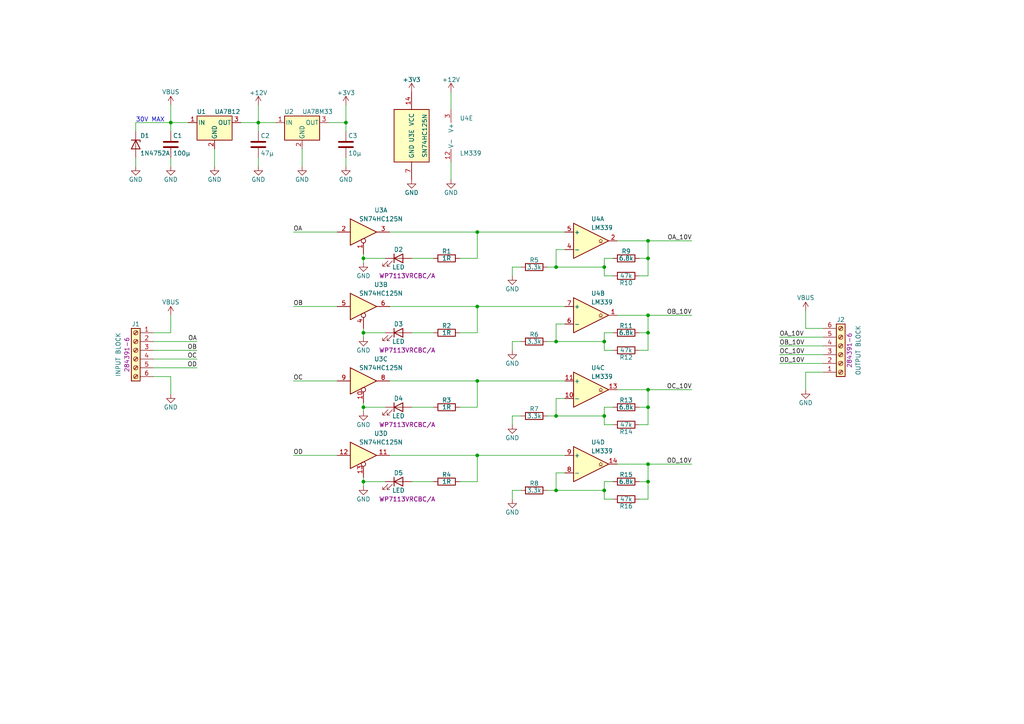
<source format=kicad_sch>
(kicad_sch (version 20211123) (generator eeschema)
  (paper "A4")
  (title_block (title "3.3V-10V Output Level Shifter") (date "June 29, 2022") (rev "A") (company "ecfedele") (comment 1 "For use with TinyG spindle/control outputs") (comment 2 "PRELIMINARY"))
  (lib_symbols
    (symbol "74xx:74LS125" (pin_names (offset 1.016))
      (property "Reference" "U" (at 0 1.27 0))
      (property "Value" "74LS125" (at 0 -1.27 0))
      (symbol "74LS125_1_0"
        (polyline (pts (xy -3.81 3.81) (xy -3.81 -3.81) (xy 3.81 0) (xy -3.81 3.81)) (stroke (width 0.254)) (fill (type background)))
        (pin input inverted (at 0 -6.35 90) (length 4.445) (name "~") (number "1"))
        (pin input line (at -7.62 0 0) (length 3.81) (name "~") (number "2"))
        (pin tri_state line (at 7.62 0 180) (length 3.81) (name "~") (number "3"))
      )
      (symbol "74LS125_2_0"
        (polyline (pts (xy -3.81 3.81) (xy -3.81 -3.81) (xy 3.81 0) (xy -3.81 3.81)) (stroke (width 0.254)) (fill (type background)))
        (pin input inverted (at 0 -6.35 90) (length 4.445) (name "~") (number "4"))
        (pin input line (at -7.62 0 0) (length 3.81) (name "~") (number "5"))
        (pin tri_state line (at 7.62 0 180) (length 3.81) (name "~") (number "6"))
      )
      (symbol "74LS125_3_0"
        (polyline (pts (xy -3.81 3.81) (xy -3.81 -3.81) (xy 3.81 0) (xy -3.81 3.81)) (stroke (width 0.254)) (fill (type background)))
        (pin input inverted (at 0 -6.35 90) (length 4.445) (name "~") (number "10"))
        (pin tri_state line (at 7.62 0 180) (length 3.81) (name "~") (number "8"))
        (pin input line (at -7.62 0 0) (length 3.81) (name "~") (number "9"))
      )
      (symbol "74LS125_4_0"
        (polyline (pts (xy -3.81 3.81) (xy -3.81 -3.81) (xy 3.81 0) (xy -3.81 3.81)) (stroke (width 0.254)) (fill (type background)))
        (pin tri_state line (at 7.62 0 180) (length 3.81) (name "~") (number "11"))
        (pin input line (at -7.62 0 0) (length 3.81) (name "~") (number "12"))
        (pin input inverted (at 0 -6.35 90) (length 4.445) (name "~") (number "13"))
      )
      (symbol "74LS125_5_0"
        (pin power_in line (at 0 12.7 270) (length 5.08) (name "VCC") (number "14"))
        (pin power_in line (at 0 -12.7 90) (length 5.08) (name "GND") (number "7"))
      )
      (symbol "74LS125_5_1"
        (rectangle (start -5.08 7.62) (end 5.08 -7.62) (stroke (width 0.254)) (fill (type background)))
      )
    )
    (symbol "Comparator:LM339" (pin_names (offset 0.127))
      (property "Reference" "U" (at 0 5.08 0))
      (property "Value" "LM339" (at 0 -5.08 0))
      (symbol "LM339_1_1"
        (polyline (pts (xy -5.08 5.08) (xy 5.08 0) (xy -5.08 -5.08) (xy -5.08 5.08)) (stroke (width 0.254)) (fill (type background)))
        (polyline (pts (xy 3.302 -0.508) (xy 2.794 -0.508) (xy 3.302 0) (xy 2.794 0.508) (xy 2.286 0) (xy 2.794 -0.508) (xy 2.286 -0.508)) (stroke (width 0.127)))
        (pin open_collector line (at 7.62 0 180) (length 2.54) (name "~") (number "2"))
        (pin input line (at -7.62 -2.54 0) (length 2.54) (name "-") (number "4"))
        (pin input line (at -7.62 2.54 0) (length 2.54) (name "+") (number "5"))
      )
      (symbol "LM339_2_1"
        (polyline (pts (xy -5.08 5.08) (xy 5.08 0) (xy -5.08 -5.08) (xy -5.08 5.08)) (stroke (width 0.254)) (fill (type background)))
        (polyline (pts (xy 3.302 -0.508) (xy 2.794 -0.508) (xy 3.302 0) (xy 2.794 0.508) (xy 2.286 0) (xy 2.794 -0.508) (xy 2.286 -0.508)) (stroke (width 0.127)))
        (pin open_collector line (at 7.62 0 180) (length 2.54) (name "~") (number "1"))
        (pin input line (at -7.62 -2.54 0) (length 2.54) (name "-") (number "6"))
        (pin input line (at -7.62 2.54 0) (length 2.54) (name "+") (number "7"))
      )
      (symbol "LM339_3_1"
        (polyline (pts (xy -5.08 5.08) (xy 5.08 0) (xy -5.08 -5.08) (xy -5.08 5.08)) (stroke (width 0.254)) (fill (type background)))
        (polyline (pts (xy 3.302 -0.508) (xy 2.794 -0.508) (xy 3.302 0) (xy 2.794 0.508) (xy 2.286 0) (xy 2.794 -0.508) (xy 2.286 -0.508)) (stroke (width 0.127)))
        (pin input line (at -7.62 -2.54 0) (length 2.54) (name "-") (number "10"))
        (pin input line (at -7.62 2.54 0) (length 2.54) (name "+") (number "11"))
        (pin open_collector line (at 7.62 0 180) (length 2.54) (name "~") (number "13"))
      )
      (symbol "LM339_4_1"
        (polyline (pts (xy -5.08 5.08) (xy 5.08 0) (xy -5.08 -5.08) (xy -5.08 5.08)) (stroke (width 0.254)) (fill (type background)))
        (polyline (pts (xy 3.302 -0.508) (xy 2.794 -0.508) (xy 3.302 0) (xy 2.794 0.508) (xy 2.286 0) (xy 2.794 -0.508) (xy 2.286 -0.508)) (stroke (width 0.127)))
        (pin open_collector line (at 7.62 0 180) (length 2.54) (name "~") (number "14"))
        (pin input line (at -7.62 -2.54 0) (length 2.54) (name "-") (number "8"))
        (pin input line (at -7.62 2.54 0) (length 2.54) (name "+") (number "9"))
      )
      (symbol "LM339_5_1"
        (pin power_in line (at -2.54 -7.62 90) (length 3.81) (name "V-") (number "12"))
        (pin power_in line (at -2.54 7.62 270) (length 3.81) (name "V+") (number "3"))
      )
    )
    (symbol "Connector:Screw_Terminal_01x06" (pin_names (offset 1.016) hide)
      (property "Reference" "J" (at 0 7.62 0))
      (property "Value" "Screw_Terminal_01x06" (at 0 -10.16 0))
      (symbol "Screw_Terminal_01x06_1_1"
        (rectangle (start -1.27 6.35) (end 1.27 -8.89) (stroke (width 0.254)) (fill (type background)))
        (circle (center 0 -7.62) (radius 0.635) (stroke (width 0.1524)))
        (circle (center 0 -5.08) (radius 0.635) (stroke (width 0.1524)))
        (circle (center 0 -2.54) (radius 0.635) (stroke (width 0.1524)))
        (polyline (pts (xy -0.5334 -7.2898) (xy 0.3302 -8.128)) (stroke (width 0.1524)))
        (polyline (pts (xy -0.5334 -4.7498) (xy 0.3302 -5.588)) (stroke (width 0.1524)))
        (polyline (pts (xy -0.5334 -2.2098) (xy 0.3302 -3.048)) (stroke (width 0.1524)))
        (polyline (pts (xy -0.5334 0.3302) (xy 0.3302 -0.508)) (stroke (width 0.1524)))
        (polyline (pts (xy -0.5334 2.8702) (xy 0.3302 2.032)) (stroke (width 0.1524)))
        (polyline (pts (xy -0.5334 5.4102) (xy 0.3302 4.572)) (stroke (width 0.1524)))
        (polyline (pts (xy -0.3556 -7.112) (xy 0.508 -7.9502)) (stroke (width 0.1524)))
        (polyline (pts (xy -0.3556 -4.572) (xy 0.508 -5.4102)) (stroke (width 0.1524)))
        (polyline (pts (xy -0.3556 -2.032) (xy 0.508 -2.8702)) (stroke (width 0.1524)))
        (polyline (pts (xy -0.3556 0.508) (xy 0.508 -0.3302)) (stroke (width 0.1524)))
        (polyline (pts (xy -0.3556 3.048) (xy 0.508 2.2098)) (stroke (width 0.1524)))
        (polyline (pts (xy -0.3556 5.588) (xy 0.508 4.7498)) (stroke (width 0.1524)))
        (circle (center 0 0) (radius 0.635) (stroke (width 0.1524)))
        (circle (center 0 2.54) (radius 0.635) (stroke (width 0.1524)))
        (circle (center 0 5.08) (radius 0.635) (stroke (width 0.1524)))
        (pin passive line (at -5.08 5.08 0) (length 3.81) (name "Pin_1") (number "1"))
        (pin passive line (at -5.08 2.54 0) (length 3.81) (name "Pin_2") (number "2"))
        (pin passive line (at -5.08 0 0) (length 3.81) (name "Pin_3") (number "3"))
        (pin passive line (at -5.08 -2.54 0) (length 3.81) (name "Pin_4") (number "4"))
        (pin passive line (at -5.08 -5.08 0) (length 3.81) (name "Pin_5") (number "5"))
        (pin passive line (at -5.08 -7.62 0) (length 3.81) (name "Pin_6") (number "6"))
      )
    )
    (symbol "Device:C" (pin_numbers hide) (pin_names (offset 0.254))
      (property "Reference" "C" (at 0.635 2.54 0))
      (property "Value" "C" (at 0.635 -2.54 0))
      (symbol "C_0_1"
        (polyline (pts (xy -2.032 -0.762) (xy 2.032 -0.762)) (stroke (width 0.508)))
        (polyline (pts (xy -2.032 0.762) (xy 2.032 0.762)) (stroke (width 0.508)))
      )
      (symbol "C_1_1"
        (pin passive line (at 0 3.81 270) (length 2.794) (name "~") (number "1"))
        (pin passive line (at 0 -3.81 90) (length 2.794) (name "~") (number "2"))
      )
    )
    (symbol "Device:D_Zener" (pin_numbers hide) (pin_names (offset 1.016) hide)
      (property "Reference" "D" (at 0 2.54 0))
      (property "Value" "D_Zener" (at 0 -2.54 0))
      (symbol "D_Zener_0_1"
        (polyline (pts (xy 1.27 0) (xy -1.27 0)))
        (polyline (pts (xy -1.27 -1.27) (xy -1.27 1.27) (xy -0.762 1.27)) (stroke (width 0.254)))
        (polyline (pts (xy 1.27 -1.27) (xy 1.27 1.27) (xy -1.27 0) (xy 1.27 -1.27)) (stroke (width 0.254)))
      )
      (symbol "D_Zener_1_1"
        (pin passive line (at -3.81 0 0) (length 2.54) (name "K") (number "1"))
        (pin passive line (at 3.81 0 180) (length 2.54) (name "A") (number "2"))
      )
    )
    (symbol "Device:LED" (pin_numbers hide) (pin_names (offset 1.016) hide)
      (property "Reference" "D" (at 0 2.54 0))
      (property "Value" "LED" (at 0 -2.54 0))
      (symbol "LED_0_1"
        (polyline (pts (xy -1.27 -1.27) (xy -1.27 1.27)) (stroke (width 0.254)))
        (polyline (pts (xy -1.27 0) (xy 1.27 0)))
        (polyline (pts (xy 1.27 -1.27) (xy 1.27 1.27) (xy -1.27 0) (xy 1.27 -1.27)) (stroke (width 0.254)))
        (polyline (pts (xy -3.048 -0.762) (xy -4.572 -2.286) (xy -3.81 -2.286) (xy -4.572 -2.286) (xy -4.572 -1.524)))
        (polyline (pts (xy -1.778 -0.762) (xy -3.302 -2.286) (xy -2.54 -2.286) (xy -3.302 -2.286) (xy -3.302 -1.524)))
      )
      (symbol "LED_1_1"
        (pin passive line (at -3.81 0 0) (length 2.54) (name "K") (number "1"))
        (pin passive line (at 3.81 0 180) (length 2.54) (name "A") (number "2"))
      )
    )
    (symbol "Device:R" (pin_numbers hide) (pin_names (offset 0))
      (property "Reference" "R" (at 2.032 0 90))
      (property "Value" "R" (at 0 0 90))
      (symbol "R_0_1"
        (rectangle (start -1.016 -2.54) (end 1.016 2.54) (stroke (width 0.254)))
      )
      (symbol "R_1_1"
        (pin passive line (at 0 3.81 270) (length 1.27) (name "~") (number "1"))
        (pin passive line (at 0 -3.81 90) (length 1.27) (name "~") (number "2"))
      )
    )
    (symbol "Regulator_Linear:L7812" (pin_names (offset 0.254))
      (property "Reference" "U" (at -3.81 3.175 0))
      (property "Value" "L7812" (at 0 3.175 0))
      (symbol "L7812_0_1"
        (rectangle (start -5.08 1.905) (end 5.08 -5.08) (stroke (width 0.254)) (fill (type background)))
      )
      (symbol "L7812_1_1"
        (pin power_in line (at -7.62 0 0) (length 2.54) (name "IN") (number "1"))
        (pin power_in line (at 0 -7.62 90) (length 2.54) (name "GND") (number "2"))
        (pin power_out line (at 7.62 0 180) (length 2.54) (name "OUT") (number "3"))
      )
    )
    (symbol "power:+12V" (power) (pin_names (offset 0))
      (property "Value" "+12V" (at 0 3.556 0))
      (symbol "+12V_0_1"
        (polyline (pts (xy -0.762 1.27) (xy 0 2.54)))
        (polyline (pts (xy 0 0) (xy 0 2.54)))
        (polyline (pts (xy 0 2.54) (xy 0.762 1.27)))
      )
      (symbol "+12V_1_1"
        (pin power_in line (at 0 0 90) (length 0) hide (name "+12V") (number "1"))
      )
    )
    (symbol "power:+3.3V" (power) (pin_names (offset 0))
      (property "Value" "+3.3V" (at 0 3.556 0))
      (symbol "+3.3V_0_1"
        (polyline (pts (xy -0.762 1.27) (xy 0 2.54)))
        (polyline (pts (xy 0 0) (xy 0 2.54)))
        (polyline (pts (xy 0 2.54) (xy 0.762 1.27)))
      )
      (symbol "+3.3V_1_1"
        (pin power_in line (at 0 0 90) (length 0) hide (name "+3V3") (number "1"))
      )
    )
    (symbol "power:GND" (power) (pin_names (offset 0))
      (property "Value" "GND" (at 0 -3.81 0))
      (symbol "GND_0_1"
        (polyline (pts (xy 0 0) (xy 0 -1.27) (xy 1.27 -1.27) (xy 0 -2.54) (xy -1.27 -1.27) (xy 0 -1.27)))
      )
      (symbol "GND_1_1"
        (pin power_in line (at 0 0 270) (length 0) hide (name "GND") (number "1"))
      )
    )
    (symbol "power:VBUS" (power) (pin_names (offset 0))
      (property "Value" "VBUS" (at 0 3.81 0))
      (symbol "VBUS_0_1"
        (polyline (pts (xy -0.762 1.27) (xy 0 2.54)))
        (polyline (pts (xy 0 0) (xy 0 2.54)))
        (polyline (pts (xy 0 2.54) (xy 0.762 1.27)))
      )
      (symbol "VBUS_1_1"
        (pin power_in line (at 0 0 90) (length 0) hide (name "VBUS") (number "1"))
      )
    )
  )
  (junction (at 187.96 113.03))
  (junction (at 187.96 96.52))
  (junction (at 138.43 110.49))
  (junction (at 100.33 35.56))
  (junction (at 105.41 118.11))
  (junction (at 138.43 132.08))
  (junction (at 161.29 120.65))
  (junction (at 175.26 120.65))
  (junction (at 161.29 99.06))
  (junction (at 175.26 99.06))
  (junction (at 187.96 74.93))
  (junction (at 187.96 118.11))
  (junction (at 105.41 139.7))
  (junction (at 161.29 77.47))
  (junction (at 161.29 142.24))
  (junction (at 49.53 35.56))
  (junction (at 105.41 96.52))
  (junction (at 175.26 142.24))
  (junction (at 105.41 74.93))
  (junction (at 187.96 134.62))
  (junction (at 175.26 77.47))
  (junction (at 187.96 139.7))
  (junction (at 74.93 35.56))
  (junction (at 187.96 91.44))
  (junction (at 138.43 67.31))
  (junction (at 187.96 69.85))
  (junction (at 138.43 88.9))
  (wire (pts (xy 44.45 101.6) (xy 57.15 101.6)))
  (wire (pts (xy 105.41 73.66) (xy 105.41 74.93)))
  (wire (pts (xy 161.29 137.16) (xy 161.29 142.24)))
  (wire (pts (xy 185.42 144.78) (xy 187.96 144.78)))
  (wire (pts (xy 161.29 142.24) (xy 175.26 142.24)))
  (wire (pts (xy 175.26 142.24) (xy 175.26 139.7)))
  (wire (pts (xy 161.29 77.47) (xy 175.26 77.47)))
  (wire (pts (xy 49.53 45.72) (xy 49.53 48.26)))
  (wire (pts (xy 74.93 35.56) (xy 69.85 35.56)))
  (wire (pts (xy 187.96 91.44) (xy 187.96 96.52)))
  (wire (pts (xy 148.59 144.78) (xy 148.59 142.24)))
  (wire (pts (xy 148.59 120.65) (xy 151.13 120.65)))
  (wire (pts (xy 187.96 139.7) (xy 187.96 144.78)))
  (wire (pts (xy 100.33 45.72) (xy 100.33 48.26)))
  (wire (pts (xy 177.8 123.19) (xy 175.26 123.19)))
  (wire (pts (xy 105.41 96.52) (xy 105.41 97.79)))
  (wire (pts (xy 161.29 115.57) (xy 161.29 120.65)))
  (wire (pts (xy 105.41 139.7) (xy 105.41 140.97)))
  (wire (pts (xy 133.35 74.93) (xy 138.43 74.93)))
  (wire (pts (xy 175.26 99.06) (xy 175.26 96.52)))
  (wire (pts (xy 233.68 95.25) (xy 238.76 95.25)))
  (wire (pts (xy 187.96 134.62) (xy 200.66 134.62)))
  (wire (pts (xy 119.38 74.93) (xy 125.73 74.93)))
  (wire (pts (xy 175.26 77.47) (xy 175.26 74.93)))
  (wire (pts (xy 148.59 101.6) (xy 148.59 99.06)))
  (wire (pts (xy 54.61 35.56) (xy 49.53 35.56)))
  (wire (pts (xy 163.83 137.16) (xy 161.29 137.16)))
  (wire (pts (xy 39.37 38.1) (xy 39.37 35.56)))
  (wire (pts (xy 74.93 45.72) (xy 74.93 48.26)))
  (wire (pts (xy 133.35 118.11) (xy 138.43 118.11)))
  (wire (pts (xy 177.8 144.78) (xy 175.26 144.78)))
  (wire (pts (xy 233.68 90.17) (xy 233.68 95.25)))
  (wire (pts (xy 85.09 132.08) (xy 97.79 132.08)))
  (wire (pts (xy 161.29 77.47) (xy 161.29 72.39)))
  (wire (pts (xy 49.53 109.22) (xy 49.53 114.3)))
  (wire (pts (xy 185.42 139.7) (xy 187.96 139.7)))
  (wire (pts (xy 119.38 118.11) (xy 125.73 118.11)))
  (wire (pts (xy 158.75 77.47) (xy 161.29 77.47)))
  (wire (pts (xy 130.81 26.67) (xy 130.81 31.75)))
  (wire (pts (xy 226.06 105.41) (xy 238.76 105.41)))
  (wire (pts (xy 187.96 134.62) (xy 187.96 139.7)))
  (wire (pts (xy 95.25 35.56) (xy 100.33 35.56)))
  (wire (pts (xy 138.43 88.9) (xy 163.83 88.9)))
  (wire (pts (xy 119.38 139.7) (xy 125.73 139.7)))
  (wire (pts (xy 105.41 139.7) (xy 111.76 139.7)))
  (wire (pts (xy 175.26 120.65) (xy 175.26 118.11)))
  (wire (pts (xy 113.03 88.9) (xy 138.43 88.9)))
  (wire (pts (xy 187.96 96.52) (xy 187.96 101.6)))
  (wire (pts (xy 179.07 134.62) (xy 187.96 134.62)))
  (wire (pts (xy 44.45 99.06) (xy 57.15 99.06)))
  (wire (pts (xy 175.26 123.19) (xy 175.26 120.65)))
  (wire (pts (xy 44.45 109.22) (xy 49.53 109.22)))
  (wire (pts (xy 138.43 67.31) (xy 113.03 67.31)))
  (wire (pts (xy 177.8 80.01) (xy 175.26 80.01)))
  (wire (pts (xy 138.43 74.93) (xy 138.43 67.31)))
  (wire (pts (xy 179.07 91.44) (xy 187.96 91.44)))
  (wire (pts (xy 177.8 96.52) (xy 175.26 96.52)))
  (wire (pts (xy 187.96 113.03) (xy 187.96 118.11)))
  (wire (pts (xy 177.8 118.11) (xy 175.26 118.11)))
  (wire (pts (xy 187.96 113.03) (xy 200.66 113.03)))
  (wire (pts (xy 105.41 116.84) (xy 105.41 118.11)))
  (wire (pts (xy 49.53 35.56) (xy 49.53 38.1)))
  (wire (pts (xy 105.41 118.11) (xy 111.76 118.11)))
  (wire (pts (xy 148.59 123.19) (xy 148.59 120.65)))
  (wire (pts (xy 187.96 69.85) (xy 187.96 74.93)))
  (wire (pts (xy 158.75 120.65) (xy 161.29 120.65)))
  (wire (pts (xy 87.63 43.18) (xy 87.63 48.26)))
  (wire (pts (xy 233.68 107.95) (xy 233.68 113.03)))
  (wire (pts (xy 74.93 35.56) (xy 80.01 35.56)))
  (wire (pts (xy 105.41 138.43) (xy 105.41 139.7)))
  (wire (pts (xy 175.26 144.78) (xy 175.26 142.24)))
  (wire (pts (xy 49.53 96.52) (xy 44.45 96.52)))
  (wire (pts (xy 158.75 99.06) (xy 161.29 99.06)))
  (wire (pts (xy 161.29 72.39) (xy 163.83 72.39)))
  (wire (pts (xy 226.06 100.33) (xy 238.76 100.33)))
  (wire (pts (xy 138.43 67.31) (xy 163.83 67.31)))
  (wire (pts (xy 74.93 35.56) (xy 74.93 38.1)))
  (wire (pts (xy 100.33 35.56) (xy 100.33 30.48)))
  (wire (pts (xy 49.53 35.56) (xy 49.53 30.48)))
  (wire (pts (xy 185.42 101.6) (xy 187.96 101.6)))
  (wire (pts (xy 85.09 110.49) (xy 97.79 110.49)))
  (wire (pts (xy 119.38 96.52) (xy 125.73 96.52)))
  (wire (pts (xy 39.37 35.56) (xy 49.53 35.56)))
  (wire (pts (xy 175.26 80.01) (xy 175.26 77.47)))
  (wire (pts (xy 187.96 118.11) (xy 187.96 123.19)))
  (wire (pts (xy 148.59 77.47) (xy 151.13 77.47)))
  (wire (pts (xy 158.75 142.24) (xy 161.29 142.24)))
  (wire (pts (xy 187.96 69.85) (xy 200.66 69.85)))
  (wire (pts (xy 187.96 91.44) (xy 200.66 91.44)))
  (wire (pts (xy 177.8 101.6) (xy 175.26 101.6)))
  (wire (pts (xy 238.76 107.95) (xy 233.68 107.95)))
  (wire (pts (xy 185.42 74.93) (xy 187.96 74.93)))
  (wire (pts (xy 148.59 99.06) (xy 151.13 99.06)))
  (wire (pts (xy 161.29 120.65) (xy 175.26 120.65)))
  (wire (pts (xy 163.83 93.98) (xy 161.29 93.98)))
  (wire (pts (xy 39.37 45.72) (xy 39.37 48.26)))
  (wire (pts (xy 177.8 139.7) (xy 175.26 139.7)))
  (wire (pts (xy 130.81 46.99) (xy 130.81 52.07)))
  (wire (pts (xy 105.41 96.52) (xy 111.76 96.52)))
  (wire (pts (xy 185.42 80.01) (xy 187.96 80.01)))
  (wire (pts (xy 100.33 35.56) (xy 100.33 38.1)))
  (wire (pts (xy 138.43 132.08) (xy 163.83 132.08)))
  (wire (pts (xy 185.42 96.52) (xy 187.96 96.52)))
  (wire (pts (xy 226.06 97.79) (xy 238.76 97.79)))
  (wire (pts (xy 44.45 104.14) (xy 57.15 104.14)))
  (wire (pts (xy 161.29 93.98) (xy 161.29 99.06)))
  (wire (pts (xy 185.42 118.11) (xy 187.96 118.11)))
  (wire (pts (xy 138.43 110.49) (xy 163.83 110.49)))
  (wire (pts (xy 85.09 67.31) (xy 97.79 67.31)))
  (wire (pts (xy 74.93 30.48) (xy 74.93 35.56)))
  (wire (pts (xy 138.43 132.08) (xy 138.43 139.7)))
  (wire (pts (xy 163.83 115.57) (xy 161.29 115.57)))
  (wire (pts (xy 105.41 95.25) (xy 105.41 96.52)))
  (wire (pts (xy 148.59 80.01) (xy 148.59 77.47)))
  (wire (pts (xy 187.96 74.93) (xy 187.96 80.01)))
  (wire (pts (xy 177.8 74.93) (xy 175.26 74.93)))
  (wire (pts (xy 175.26 101.6) (xy 175.26 99.06)))
  (wire (pts (xy 49.53 91.44) (xy 49.53 96.52)))
  (wire (pts (xy 85.09 88.9) (xy 97.79 88.9)))
  (wire (pts (xy 185.42 123.19) (xy 187.96 123.19)))
  (wire (pts (xy 62.23 48.26) (xy 62.23 43.18)))
  (wire (pts (xy 105.41 74.93) (xy 111.76 74.93)))
  (wire (pts (xy 138.43 110.49) (xy 138.43 118.11)))
  (wire (pts (xy 44.45 106.68) (xy 57.15 106.68)))
  (wire (pts (xy 105.41 118.11) (xy 105.41 119.38)))
  (wire (pts (xy 179.07 113.03) (xy 187.96 113.03)))
  (wire (pts (xy 138.43 88.9) (xy 138.43 96.52)))
  (wire (pts (xy 113.03 132.08) (xy 138.43 132.08)))
  (wire (pts (xy 113.03 110.49) (xy 138.43 110.49)))
  (wire (pts (xy 179.07 69.85) (xy 187.96 69.85)))
  (wire (pts (xy 148.59 142.24) (xy 151.13 142.24)))
  (wire (pts (xy 133.35 96.52) (xy 138.43 96.52)))
  (wire (pts (xy 133.35 139.7) (xy 138.43 139.7)))
  (wire (pts (xy 226.06 102.87) (xy 238.76 102.87)))
  (wire (pts (xy 161.29 99.06) (xy 175.26 99.06)))
  (wire (pts (xy 105.41 74.93) (xy 105.41 76.2)))
  (text "30V MAX" (at 39.37 35.56 0) (effects (font (size 1.27 1.27)) (justify left bottom)))
  (label "OB" (at 85.09 88.9 0))
  (label "OD" (at 57.15 106.68 180))
  (label "OA" (at 85.09 67.31 0))
  (label "OA_10V" (at 226.06 97.79 0))
  (label "OD_10V" (at 200.66 134.62 180))
  (label "OB" (at 57.15 101.6 180))
  (label "OC" (at 57.15 104.14 180))
  (label "OB_10V" (at 226.06 100.33 0))
  (label "OB_10V" (at 200.66 91.44 180))
  (label "OC_10V" (at 200.66 113.03 180))
  (label "OC" (at 85.09 110.49 0))
  (label "OA" (at 57.15 99.06 180))
  (label "OC_10V" (at 226.06 102.87 0))
  (label "OD" (at 85.09 132.08 0))
  (label "OD_10V" (at 226.06 105.41 0))
  (label "OA_10V" (at 200.66 69.85 180))
  (symbol (lib_id "power:GND") (at 100.33 48.26 0) (unit 1)
    (property "Reference" "#PWR09" (effects hide))
    (property "Value" "GND" (at 100.33 52.07 0))
  )
  (symbol (lib_id "Device:R") (at 181.61 96.52 90) (unit 1)
    (property "Reference" "R11" (at 181.61 94.488 90))
    (property "Value" "6.8k" (at 181.61 96.52 90))
    (property "Footprint" "Resistor_THT:R_Axial_DIN0207_L6.3mm_D2.5mm_P7.62mm_Horizontal" (effects hide))
    (property "Part" "MF1/4DC6801F" (effects hide))
  )
  (symbol (lib_id "Device:LED") (at 115.57 74.93 0) (unit 1)
    (property "Reference" "D2" (at 115.57 72.39 0))
    (property "Value" "LED" (at 115.57 77.47 0))
    (property "Footprint" "LED_THT:LED_D5.0mm" (effects hide))
    (property "Part" "WP7113VRCBC/A" (at 118.11 80.01 0))
  )
  (symbol (lib_id "Device:C") (at 100.33 41.91 0) (unit 1)
    (property "Reference" "C3" (at 100.965 39.37 0) (effects (justify left)))
    (property "Value" "10µ" (at 100.965 44.45 0) (effects (justify left)))
    (property "Footprint" "Capacitor_THT:CP_Radial_D5.0mm_P2.00mm" (effects hide))
    (property "Part" "ESK106M025AC3AA" (effects hide))
  )
  (symbol (lib_id "power:+12V") (at 74.93 30.48 0) (unit 1)
    (property "Reference" "#PWR06" (effects hide))
    (property "Value" "+12V" (at 74.93 26.924 0))
  )
  (symbol (lib_id "power:GND") (at 49.53 48.26 0) (unit 1)
    (property "Reference" "#PWR02" (effects hide))
    (property "Value" "GND" (at 49.53 52.07 0))
  )
  (symbol (lib_id "Connector:Screw_Terminal_01x06") (at 39.37 101.6 0) (mirror y) (unit 1)
    (property "Reference" "J1" (at 39.37 93.98 0))
    (property "Value" "INPUT BLOCK" (at 34.29 102.87 90))
    (property "Footprint" "Library:284391-6" (effects hide))
    (property "Part" "284391-6" (at 36.83 102.87 90))
  )
  (symbol (lib_id "power:GND") (at 49.53 114.3 0) (unit 1)
    (property "Reference" "#PWR05" (effects hide))
    (property "Value" "GND" (at 49.53 118.11 0))
  )
  (symbol (lib_id "power:+3.3V") (at 119.38 26.67 0) (unit 1)
    (property "Reference" "#PWR016" (effects hide))
    (property "Value" "+3.3V" (at 119.38 23.114 0))
  )
  (symbol (lib_id "power:GND") (at 39.37 48.26 0) (unit 1)
    (property "Reference" "#PWR011" (effects hide))
    (property "Value" "GND" (at 39.37 52.07 0))
  )
  (symbol (lib_id "power:GND") (at 62.23 48.26 0) (unit 1)
    (property "Reference" "#PWR03" (effects hide))
    (property "Value" "GND" (at 62.23 52.07 0))
  )
  (symbol (lib_id "Device:R") (at 154.94 77.47 90) (unit 1)
    (property "Reference" "R5" (at 154.94 75.438 90))
    (property "Value" "3.3k" (at 154.94 77.47 90))
    (property "Footprint" "Resistor_THT:R_Axial_DIN0207_L6.3mm_D2.5mm_P7.62mm_Horizontal" (effects hide))
    (property "Part" "MF1/4DCT52R3301F" (effects hide))
  )
  (symbol (lib_id "power:GND") (at 148.59 123.19 0) (unit 1)
    (property "Reference" "#PWR022" (effects hide))
    (property "Value" "GND" (at 148.59 127 0))
  )
  (symbol (lib_id "Device:R") (at 129.54 74.93 90) (unit 1)
    (property "Reference" "R1" (at 129.54 72.898 90))
    (property "Value" "1R" (at 129.54 74.93 90))
    (property "Footprint" "Resistor_THT:R_Axial_DIN0207_L6.3mm_D2.5mm_P7.62mm_Horizontal" (effects hide))
    (property "Part" "MF1/4DC1R00F" (effects hide))
  )
  (symbol (lib_id "Device:R") (at 129.54 118.11 90) (unit 1)
    (property "Reference" "R3" (at 129.54 116.078 90))
    (property "Value" "1R" (at 129.54 118.11 90))
    (property "Footprint" "Resistor_THT:R_Axial_DIN0207_L6.3mm_D2.5mm_P7.62mm_Horizontal" (effects hide))
    (property "Part" "MF1/4DC1R00F" (effects hide))
  )
  (symbol (lib_id "Device:R") (at 181.61 101.6 270) (unit 1)
    (property "Reference" "R12" (at 181.61 103.632 90))
    (property "Value" "47k" (at 181.61 101.6 90))
    (property "Footprint" "Resistor_THT:R_Axial_DIN0207_L6.3mm_D2.5mm_P7.62mm_Horizontal" (effects hide))
    (property "Part" "MF1/4DC4702F" (effects hide))
  )
  (symbol (lib_id "power:GND") (at 105.41 97.79 0) (unit 1)
    (property "Reference" "#PWR013" (effects hide))
    (property "Value" "GND" (at 105.41 101.6 0))
  )
  (symbol (lib_id "74xx:74LS125") (at 119.38 39.37 0) (unit 5)
    (property "Reference" "U3" (at 119.38 39.37 90))
    (property "Value" "SN74HC125N" (at 123.19 39.37 90))
    (property "Footprint" "Package_DIP:DIP-14_W7.62mm" (effects hide))
    (property "Datasheet" "http://www.ti.com/lit/gpn/sn74LS125" (effects hide))
    (property "Part" "SN74HC125N" (effects hide))
  )
  (symbol (lib_id "74xx:74LS125") (at 105.41 110.49 0) (unit 3)
    (property "Reference" "U3" (at 110.49 104.14 0))
    (property "Value" "SN74HC125N" (at 110.49 106.68 0))
    (property "Footprint" "Package_DIP:DIP-14_W7.62mm" (effects hide))
    (property "Datasheet" "http://www.ti.com/lit/gpn/sn74LS125" (effects hide))
    (property "Part" "SN74HC125N" (effects hide))
  )
  (symbol (lib_id "Device:R") (at 181.61 74.93 90) (unit 1)
    (property "Reference" "R9" (at 181.61 72.898 90))
    (property "Value" "6.8k" (at 181.61 74.93 90))
    (property "Footprint" "Resistor_THT:R_Axial_DIN0207_L6.3mm_D2.5mm_P7.62mm_Horizontal" (effects hide))
    (property "Part" "MF1/4DC6801F" (effects hide))
  )
  (symbol (lib_id "Device:LED") (at 115.57 118.11 0) (unit 1)
    (property "Reference" "D4" (at 115.57 115.57 0))
    (property "Value" "LED" (at 115.57 120.65 0))
    (property "Footprint" "LED_THT:LED_D5.0mm" (effects hide))
    (property "Part" "WP7113VRCBC/A" (at 118.11 123.19 0))
  )
  (symbol (lib_id "power:VBUS") (at 49.53 91.44 0) (unit 1)
    (property "Reference" "#PWR04" (effects hide))
    (property "Value" "VBUS" (at 49.53 87.63 0))
  )
  (symbol (lib_id "Device:R") (at 181.61 80.01 270) (unit 1)
    (property "Reference" "R10" (at 181.61 82.042 90))
    (property "Value" "47k" (at 181.61 80.01 90))
    (property "Footprint" "Resistor_THT:R_Axial_DIN0207_L6.3mm_D2.5mm_P7.62mm_Horizontal" (effects hide))
    (property "Part" "MF1/4DC4702F" (effects hide))
  )
  (symbol (lib_id "power:+12V") (at 130.81 26.67 0) (unit 1)
    (property "Reference" "#PWR018" (effects hide))
    (property "Value" "+12V" (at 130.81 23.114 0))
  )
  (symbol (lib_id "Device:R") (at 181.61 139.7 90) (unit 1)
    (property "Reference" "R15" (at 181.61 137.668 90))
    (property "Value" "6.8k" (at 181.61 139.7 90))
    (property "Footprint" "Resistor_THT:R_Axial_DIN0207_L6.3mm_D2.5mm_P7.62mm_Horizontal" (effects hide))
    (property "Part" "MF1/4DC6801F" (effects hide))
  )
  (symbol (lib_id "Comparator:LM339") (at 171.45 134.62 0) (unit 4)
    (property "Reference" "U4" (at 171.45 128.27 0) (effects (justify left)))
    (property "Value" "LM339" (at 171.45 130.81 0) (effects (justify left)))
    (property "Footprint" "Package_DIP:DIP-14_W7.62mm" (effects hide))
    (property "Datasheet" "https://www.st.com/resource/en/datasheet/lm139.pdf" (effects hide))
  )
  (symbol (lib_id "Regulator_Linear:L7812") (at 62.23 35.56 0) (unit 1)
    (property "Reference" "U1" (at 58.42 32.385 0))
    (property "Value" "UA7812" (at 62.23 32.385 0) (effects (justify left)))
    (property "Footprint" "Package_TO_SOT_THT:TO-220-3_Horizontal_TabDown" (effects hide))
    (property "Datasheet" "http://www.st.com/content/ccc/resource/technical/document/datasheet/41/4f/b3/b0/12/d4/47/88/CD00000444.pdf/files/CD00000444.pdf/jcr:content/translations/en.CD00000444.pdf" (effects hide))
    (property "Part" "UA7812CKCS" (effects hide))
  )
  (symbol (lib_id "74xx:74LS125") (at 105.41 132.08 0) (unit 4)
    (property "Reference" "U3" (at 110.49 125.73 0))
    (property "Value" "SN74HC125N" (at 110.49 128.27 0))
    (property "Footprint" "Package_DIP:DIP-14_W7.62mm" (effects hide))
    (property "Datasheet" "http://www.ti.com/lit/gpn/sn74LS125" (effects hide))
    (property "Part" "SN74HC125N" (effects hide))
  )
  (symbol (lib_id "Device:R") (at 129.54 139.7 90) (unit 1)
    (property "Reference" "R4" (at 129.54 137.668 90))
    (property "Value" "1R" (at 129.54 139.7 90))
    (property "Footprint" "Resistor_THT:R_Axial_DIN0207_L6.3mm_D2.5mm_P7.62mm_Horizontal" (effects hide))
    (property "Part" "MF1/4DC1R00F" (effects hide))
  )
  (symbol (lib_id "Connector:Screw_Terminal_01x06") (at 243.84 102.87 0) (mirror x) (unit 1)
    (property "Reference" "J2" (at 243.84 92.71 0))
    (property "Value" "OUTPUT BLOCK" (at 248.92 101.6 90))
    (property "Footprint" "Library:284391-6" (effects hide))
    (property "Part" "284391-6" (at 246.38 101.6 90))
  )
  (symbol (lib_id "power:GND") (at 130.81 52.07 0) (unit 1)
    (property "Reference" "#PWR019" (effects hide))
    (property "Value" "GND" (at 130.81 55.88 0))
  )
  (symbol (lib_id "Device:LED") (at 115.57 96.52 0) (unit 1)
    (property "Reference" "D3" (at 115.57 93.98 0))
    (property "Value" "LED" (at 115.57 99.06 0))
    (property "Footprint" "LED_THT:LED_D5.0mm" (effects hide))
    (property "Part" "WP7113VRCBC/A" (at 118.11 101.6 0))
  )
  (symbol (lib_id "Comparator:LM339") (at 171.45 91.44 0) (unit 2)
    (property "Reference" "U4" (at 171.45 85.09 0) (effects (justify left)))
    (property "Value" "LM339" (at 171.45 87.63 0) (effects (justify left)))
    (property "Footprint" "Package_DIP:DIP-14_W7.62mm" (effects hide))
    (property "Datasheet" "https://www.st.com/resource/en/datasheet/lm139.pdf" (effects hide))
  )
  (symbol (lib_id "power:GND") (at 148.59 80.01 0) (unit 1)
    (property "Reference" "#PWR020" (effects hide))
    (property "Value" "GND" (at 148.59 83.82 0))
  )
  (symbol (lib_id "Device:R") (at 154.94 120.65 90) (unit 1)
    (property "Reference" "R7" (at 154.94 118.618 90))
    (property "Value" "3.3k" (at 154.94 120.65 90))
    (property "Footprint" "Resistor_THT:R_Axial_DIN0207_L6.3mm_D2.5mm_P7.62mm_Horizontal" (effects hide))
    (property "Part" "MF1/4DCT52R3301F" (effects hide))
  )
  (symbol (lib_id "Device:R") (at 129.54 96.52 90) (unit 1)
    (property "Reference" "R2" (at 129.54 94.488 90))
    (property "Value" "1R" (at 129.54 96.52 90))
    (property "Footprint" "Resistor_THT:R_Axial_DIN0207_L6.3mm_D2.5mm_P7.62mm_Horizontal" (effects hide))
    (property "Part" "MF1/4DC1R00F" (effects hide))
  )
  (symbol (lib_id "power:GND") (at 233.68 113.03 0) (mirror y) (unit 1)
    (property "Reference" "#PWR025" (effects hide))
    (property "Value" "GND" (at 233.68 116.84 0))
  )
  (symbol (lib_id "Comparator:LM339") (at 171.45 113.03 0) (unit 3)
    (property "Reference" "U4" (at 171.45 106.68 0) (effects (justify left)))
    (property "Value" "LM339" (at 171.45 109.22 0) (effects (justify left)))
    (property "Footprint" "Package_DIP:DIP-14_W7.62mm" (effects hide))
    (property "Datasheet" "https://www.st.com/resource/en/datasheet/lm139.pdf" (effects hide))
  )
  (symbol (lib_id "74xx:74LS125") (at 105.41 67.31 0) (unit 1)
    (property "Reference" "U3" (at 110.49 60.96 0))
    (property "Value" "SN74HC125N" (at 110.49 63.5 0))
    (property "Footprint" "Package_DIP:DIP-14_W7.62mm" (effects hide))
    (property "Datasheet" "http://www.ti.com/lit/gpn/sn74LS125" (effects hide))
    (property "Part" "SN74HC125N" (effects hide))
  )
  (symbol (lib_id "Regulator_Linear:L7812") (at 87.63 35.56 0) (unit 1)
    (property "Reference" "U2" (at 83.82 32.385 0))
    (property "Value" "UA78M33" (at 87.63 32.385 0) (effects (justify left)))
    (property "Footprint" "Package_TO_SOT_THT:TO-220-3_Horizontal_TabDown" (effects hide))
    (property "Datasheet" "http://www.st.com/content/ccc/resource/technical/document/datasheet/41/4f/b3/b0/12/d4/47/88/CD00000444.pdf/files/CD00000444.pdf/jcr:content/translations/en.CD00000444.pdf" (effects hide))
    (property "Part" "UA78M33CKCS" (effects hide))
  )
  (symbol (lib_id "Comparator:LM339") (at 133.35 39.37 0) (unit 5)
    (property "Reference" "U4" (at 133.35 34.29 0) (effects (justify left)))
    (property "Value" "LM339" (at 133.35 44.45 0) (effects (justify left)))
    (property "Footprint" "Package_DIP:DIP-14_W7.62mm" (effects hide))
    (property "Datasheet" "https://www.st.com/resource/en/datasheet/lm139.pdf" (effects hide))
  )
  (symbol (lib_id "power:GND") (at 87.63 48.26 0) (unit 1)
    (property "Reference" "#PWR08" (effects hide))
    (property "Value" "GND" (at 87.63 52.07 0))
  )
  (symbol (lib_id "Device:C") (at 49.53 41.91 0) (unit 1)
    (property "Reference" "C1" (at 50.165 39.37 0) (effects (justify left)))
    (property "Value" "100µ" (at 50.165 44.45 0) (effects (justify left)))
    (property "Footprint" "Capacitor_THT:CP_Radial_D8.0mm_P5.00mm" (effects hide))
    (property "Part" "MAL203690111E3" (effects hide))
  )
  (symbol (lib_id "74xx:74LS125") (at 105.41 88.9 0) (unit 2)
    (property "Reference" "U3" (at 110.49 82.55 0))
    (property "Value" "SN74HC125N" (at 110.49 85.09 0))
    (property "Footprint" "Package_DIP:DIP-14_W7.62mm" (effects hide))
    (property "Datasheet" "http://www.ti.com/lit/gpn/sn74LS125" (effects hide))
    (property "Part" "SN74HC125N" (effects hide))
  )
  (symbol (lib_id "power:GND") (at 119.38 52.07 0) (unit 1)
    (property "Reference" "#PWR017" (effects hide))
    (property "Value" "GND" (at 119.38 55.88 0))
  )
  (symbol (lib_id "Device:R") (at 154.94 99.06 90) (unit 1)
    (property "Reference" "R6" (at 154.94 97.028 90))
    (property "Value" "3.3k" (at 154.94 99.06 90))
    (property "Footprint" "Resistor_THT:R_Axial_DIN0207_L6.3mm_D2.5mm_P7.62mm_Horizontal" (effects hide))
    (property "Part" "MF1/4DCT52R3301F" (effects hide))
  )
  (symbol (lib_id "power:VBUS") (at 49.53 30.48 0) (unit 1)
    (property "Reference" "#PWR01" (effects hide))
    (property "Value" "VBUS" (at 49.53 26.67 0))
  )
  (symbol (lib_id "power:GND") (at 74.93 48.26 0) (unit 1)
    (property "Reference" "#PWR07" (effects hide))
    (property "Value" "GND" (at 74.93 52.07 0))
  )
  (symbol (lib_id "power:GND") (at 105.41 76.2 0) (unit 1)
    (property "Reference" "#PWR012" (effects hide))
    (property "Value" "GND" (at 105.41 80.01 0))
  )
  (symbol (lib_id "Device:R") (at 181.61 118.11 90) (unit 1)
    (property "Reference" "R13" (at 181.61 116.078 90))
    (property "Value" "6.8k" (at 181.61 118.11 90))
    (property "Footprint" "Resistor_THT:R_Axial_DIN0207_L6.3mm_D2.5mm_P7.62mm_Horizontal" (effects hide))
    (property "Part" "MF1/4DC6801F" (effects hide))
  )
  (symbol (lib_id "power:VBUS") (at 233.68 90.17 0) (mirror y) (unit 1)
    (property "Reference" "#PWR024" (effects hide))
    (property "Value" "VBUS" (at 233.68 86.36 0))
  )
  (symbol (lib_id "power:GND") (at 148.59 101.6 0) (unit 1)
    (property "Reference" "#PWR021" (effects hide))
    (property "Value" "GND" (at 148.59 105.41 0))
  )
  (symbol (lib_id "Device:C") (at 74.93 41.91 0) (unit 1)
    (property "Reference" "C2" (at 75.565 39.37 0) (effects (justify left)))
    (property "Value" "47µ" (at 75.565 44.45 0) (effects (justify left)))
    (property "Footprint" "Capacitor_THT:CP_Radial_D5.0mm_P2.00mm" (effects hide))
    (property "Part" "ESK106M025AC3AA" (effects hide))
  )
  (symbol (lib_id "power:+3.3V") (at 100.33 30.48 0) (unit 1)
    (property "Reference" "#PWR010" (effects hide))
    (property "Value" "+3.3V" (at 100.33 26.924 0))
  )
  (symbol (lib_id "Device:R") (at 154.94 142.24 90) (unit 1)
    (property "Reference" "R8" (at 154.94 140.208 90))
    (property "Value" "3.3k" (at 154.94 142.24 90))
    (property "Footprint" "Resistor_THT:R_Axial_DIN0207_L6.3mm_D2.5mm_P7.62mm_Horizontal" (effects hide))
    (property "Part" "MF1/4DCT52R3301F" (effects hide))
  )
  (symbol (lib_id "Device:R") (at 181.61 123.19 270) (unit 1)
    (property "Reference" "R14" (at 181.61 125.222 90))
    (property "Value" "47k" (at 181.61 123.19 90))
    (property "Footprint" "Resistor_THT:R_Axial_DIN0207_L6.3mm_D2.5mm_P7.62mm_Horizontal" (effects hide))
    (property "Part" "MF1/4DC4702F" (effects hide))
  )
  (symbol (lib_id "Device:R") (at 181.61 144.78 270) (unit 1)
    (property "Reference" "R16" (at 181.61 146.812 90))
    (property "Value" "47k" (at 181.61 144.78 90))
    (property "Footprint" "Resistor_THT:R_Axial_DIN0207_L6.3mm_D2.5mm_P7.62mm_Horizontal" (effects hide))
    (property "Part" "MF1/4DC4702F" (effects hide))
  )
  (symbol (lib_id "Comparator:LM339") (at 171.45 69.85 0) (unit 1)
    (property "Reference" "U4" (at 171.45 63.5 0) (effects (justify left)))
    (property "Value" "LM339" (at 171.45 66.04 0) (effects (justify left)))
    (property "Footprint" "Package_DIP:DIP-14_W7.62mm" (effects hide))
    (property "Datasheet" "https://www.st.com/resource/en/datasheet/lm139.pdf" (effects hide))
  )
  (symbol (lib_id "power:GND") (at 105.41 119.38 0) (unit 1)
    (property "Reference" "#PWR014" (effects hide))
    (property "Value" "GND" (at 105.41 123.19 0))
  )
  (symbol (lib_id "Device:D_Zener") (at 39.37 41.91 270) (unit 1)
    (property "Reference" "D1" (at 40.64 39.37 90) (effects (justify left)))
    (property "Value" "1N4752A" (at 40.64 44.45 90) (effects (justify left)))
    (property "Footprint" "Diode_THT:D_A-405_P7.62mm_Horizontal" (effects hide))
    (property "Part" "1N4751A" (effects hide))
  )
  (symbol (lib_id "power:GND") (at 105.41 140.97 0) (unit 1)
    (property "Reference" "#PWR015" (effects hide))
    (property "Value" "GND" (at 105.41 144.78 0))
  )
  (symbol (lib_id "power:GND") (at 148.59 144.78 0) (unit 1)
    (property "Reference" "#PWR023" (effects hide))
    (property "Value" "GND" (at 148.59 148.59 0))
  )
  (symbol (lib_id "Device:LED") (at 115.57 139.7 0) (unit 1)
    (property "Reference" "D5" (at 115.57 137.16 0))
    (property "Value" "LED" (at 115.57 142.24 0))
    (property "Footprint" "LED_THT:LED_D5.0mm" (effects hide))
    (property "Part" "WP7113VRCBC/A" (at 118.11 144.78 0))
  )
)
</source>
